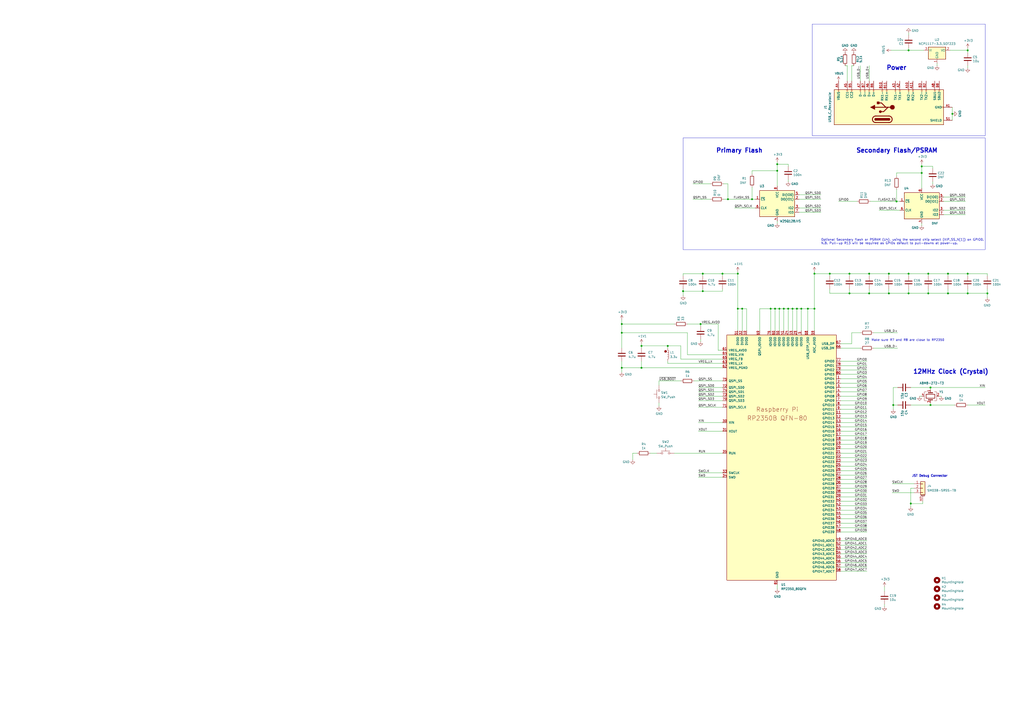
<source format=kicad_sch>
(kicad_sch (version 20250114) (generator "eeschema") (generator_version "9.0")
  (paper "A2")
  (lib_symbols
    (symbol "Connector:USB_C_Receptacle" (pin_names (offset 1.016))
      (property "Reference" "J" (at -10.16 29.21 0))
      (property "Value" "USB_C_Receptacle" (at 10.16 29.21 0))
      (symbol "USB_C_Receptacle_1_1"
        (pin passive line (at -7.62 -40.64 90) (length 5.08) (name "SHIELD") (number "S1"))
        (pin passive line (at 0 -40.64 90) (length 5.08) (name "GND") (number "A1"))
        (pin passive line (at 0 -40.64 90) (length 5.08) (hide yes) (name "GND") (number "A12"))
        (pin passive line (at 0 -40.64 90) (length 5.08) (hide yes) (name "GND") (number "B1"))
        (pin passive line (at 0 -40.64 90) (length 5.08) (hide yes) (name "GND") (number "B12"))
        (pin passive line (at 15.24 25.4 180) (length 5.08) (name "VBUS") (number "A4"))
        (pin passive line (at 15.24 25.4 180) (length 5.08) (hide yes) (name "VBUS") (number "A9"))
        (pin passive line (at 15.24 25.4 180) (length 5.08) (hide yes) (name "VBUS") (number "B4"))
        (pin passive line (at 15.24 25.4 180) (length 5.08) (hide yes) (name "VBUS") (number "B9"))
        (pin bidirectional line (at 15.24 20.32 180) (length 5.08) (name "CC1") (number "A5"))
        (pin bidirectional line (at 15.24 17.78 180) (length 5.08) (name "CC2") (number "B5"))
        (pin bidirectional line (at 15.24 12.7 180) (length 5.08) (name "D-") (number "A7"))
        (pin bidirectional line (at 15.24 10.16 180) (length 5.08) (name "D-") (number "B7"))
        (pin bidirectional line (at 15.24 7.62 180) (length 5.08) (name "D+") (number "A6"))
        (pin bidirectional line (at 15.24 5.08 180) (length 5.08) (name "D+") (number "B6"))
        (pin bidirectional line (at 15.24 0 180) (length 5.08) (name "RX1-") (number "B10"))
        (pin bidirectional line (at 15.24 -2.54 180) (length 5.08) (name "RX1+") (number "B11"))
        (pin bidirectional line (at 15.24 -7.62 180) (length 5.08) (name "TX1-") (number "A3"))
        (pin bidirectional line (at 15.24 -10.16 180) (length 5.08) (name "TX1+") (number "A2"))
        (pin bidirectional line (at 15.24 -15.24 180) (length 5.08) (name "RX2-") (number "A10"))
        (pin bidirectional line (at 15.24 -17.78 180) (length 5.08) (name "RX2+") (number "A11"))
        (pin bidirectional line (at 15.24 -22.86 180) (length 5.08) (name "TX2-") (number "B3"))
        (pin bidirectional line (at 15.24 -25.4 180) (length 5.08) (name "TX2+") (number "B2"))
        (pin bidirectional line (at 15.24 -30.48 180) (length 5.08) (name "SBU1") (number "A8"))
        (pin bidirectional line (at 15.24 -33.02 180) (length 5.08) (name "SBU2") (number "B8"))
      )
    )
    (symbol "Connector_Generic_MountingPin:Conn_01x03_MountingPin" (pin_names (offset 1.016) (hide yes))
      (property "Reference" "J" (at 0 5.08 0))
      (property "Value" "Conn_01x03_MountingPin" (at 1.27 -5.08 0))
      (symbol "Conn_01x03_MountingPin_1_1"
        (text "Mounting" (at 0 -4.191 0) (effects (font (size 0.381 0.381))))
        (pin passive line (at -5.08 2.54 0) (length 3.81) (name "Pin_1") (number "1"))
        (pin passive line (at -5.08 0 0) (length 3.81) (name "Pin_2") (number "2"))
        (pin passive line (at -5.08 -2.54 0) (length 3.81) (name "Pin_3") (number "3"))
        (pin passive line (at 0 -7.62 90) (length 3.048) (name "MountPin") (number "MP"))
      )
    )
    (symbol "Device:C" (pin_numbers (hide yes)) (pin_names (offset 0.254))
      (property "Reference" "C" (at 0.635 2.54 0))
      (property "Value" "C" (at 0.635 -2.54 0))
      (symbol "C_1_1"
        (pin passive line (at 0 3.81 270) (length 2.794) (name "~") (number "1"))
        (pin passive line (at 0 -3.81 90) (length 2.794) (name "~") (number "2"))
      )
    )
    (symbol "Device:Crystal_GND24" (pin_names (offset 1.016) (hide yes))
      (property "Reference" "Y" (at 3.175 5.08 0))
      (property "Value" "Crystal_GND24" (at 3.175 3.175 0))
      (symbol "Crystal_GND24_1_1"
        (pin passive line (at -3.81 0 0) (length 1.27) (name "1") (number "1"))
        (pin passive line (at 0 5.08 270) (length 1.27) (name "2") (number "2"))
        (pin passive line (at 0 -5.08 90) (length 1.27) (name "4") (number "4"))
        (pin passive line (at 3.81 0 180) (length 1.27) (name "3") (number "3"))
      )
    )
    (symbol "Device:L" (pin_numbers (hide yes)) (pin_names (offset 1.016) (hide yes))
      (property "Reference" "L" (at -1.27 0 90))
      (property "Value" "L" (at 1.905 0 90))
      (symbol "L_1_1"
        (pin passive line (at 0 3.81 270) (length 1.27) (name "1") (number "1"))
        (pin passive line (at 0 -3.81 90) (length 1.27) (name "2") (number "2"))
      )
    )
    (symbol "Device:R" (pin_numbers (hide yes)) (pin_names (offset 0))
      (property "Reference" "R" (at 2.032 0 90))
      (property "Value" "R" (at 0 0 90))
      (symbol "R_1_1"
        (pin passive line (at 0 3.81 270) (length 1.27) (name "~") (number "1"))
        (pin passive line (at 0 -3.81 90) (length 1.27) (name "~") (number "2"))
      )
    )
    (symbol "MCU_RaspberryPi_RP2350:RP2350_80QFN" (pin_names (offset 1.016))
      (property "Reference" "U" (at -29.21 49.53 0))
      (property "Value" "RP2350_80QFN" (at 25.4 -96.52 0))
      (symbol "RP2350_80QFN_0_0"
        (text "Raspberry Pi" (at 0 5.08 0) (effects (font (size 2.54 2.54))))
      )
      (symbol "RP2350_80QFN_1_0"
        (text "RP2350B QFN-80" (at 0 0 0) (effects (font (size 2.54 2.54))))
      )
      (symbol "RP2350_80QFN_1_1"
        (pin power_in line (at -31.75 39.37 0) (length 2.54) (name "VREG_AVDD") (number "61"))
        (pin power_in line (at -31.75 36.83 0) (length 2.54) (name "VREG_VIN") (number "64"))
        (pin input line (at -31.75 34.29 0) (length 2.54) (name "VREG_FB") (number "65"))
        (pin power_out line (at -31.75 31.75 0) (length 2.54) (name "VREG_LX") (number "63"))
        (pin power_in line (at -31.75 29.21 0) (length 2.54) (name "VREG_PGND") (number "62"))
        (pin bidirectional line (at -31.75 21.59 0) (length 2.54) (name "QSPI_SS") (number "75"))
        (pin bidirectional line (at -31.75 17.78 0) (length 2.54) (name "QSPI_SD0") (number "72"))
        (pin bidirectional line (at -31.75 15.24 0) (length 2.54) (name "QSPI_SD1") (number "74"))
        (pin bidirectional line (at -31.75 12.7 0) (length 2.54) (name "QSPI_SD2") (number "73"))
        (pin bidirectional line (at -31.75 10.16 0) (length 2.54) (name "QSPI_SD3") (number "70"))
        (pin output line (at -31.75 6.35 0) (length 2.54) (name "QSPI_SCLK") (number "71"))
        (pin input line (at -31.75 -2.54 0) (length 2.54) (name "XIN") (number "30"))
        (pin passive line (at -31.75 -7.62 0) (length 2.54) (name "XOUT") (number "31"))
        (pin input line (at -31.75 -20.32 0) (length 2.54) (name "RUN") (number "35"))
        (pin output line (at -31.75 -31.75 0) (length 2.54) (name "SWCLK") (number "33"))
        (pin bidirectional line (at -31.75 -34.29 0) (length 2.54) (name "SWD") (number "34"))
        (pin power_in line (at -22.86 50.8 270) (length 2.54) (name "DVDD") (number "51"))
        (pin power_in line (at -20.32 50.8 270) (length 2.54) (name "DVDD") (number "32"))
        (pin power_in line (at -17.78 50.8 270) (length 2.54) (name "DVDD") (number "10"))
        (pin power_in line (at -10.16 50.8 270) (length 2.54) (name "QSPI_IOVDD") (number "69"))
        (pin power_in line (at -3.81 50.8 270) (length 2.54) (name "IOVDD") (number "76"))
        (pin power_in line (at -1.27 50.8 270) (length 2.54) (name "IOVDD") (number "60"))
        (pin power_in line (at 0 -96.52 90) (length 2.54) (name "GND") (number "81"))
        (pin power_in line (at 1.27 50.8 270) (length 2.54) (name "IOVDD") (number "50"))
        (pin power_in line (at 3.81 50.8 270) (length 2.54) (name "IOVDD") (number "41"))
        (pin power_in line (at 6.35 50.8 270) (length 2.54) (name "IOVDD") (number "24"))
        (pin power_in line (at 8.89 50.8 270) (length 2.54) (name "IOVDD") (number "15"))
        (pin power_in line (at 11.43 50.8 270) (length 2.54) (name "IOVDD") (number "29"))
        (pin power_in line (at 13.97 50.8 270) (length 2.54) (name "IOVDD") (number "5"))
        (pin power_in line (at 17.78 50.8 270) (length 2.54) (name "USB_OTP_VDD") (number "68"))
        (pin power_in line (at 21.59 50.8 270) (length 2.54) (name "ADC_AVDD") (number "59"))
        (pin bidirectional line (at 36.83 43.18 180) (length 2.54) (name "USB_DP") (number "67"))
        (pin bidirectional line (at 36.83 40.64 180) (length 2.54) (name "USB_DM") (number "66"))
        (pin bidirectional line (at 36.83 33.02 180) (length 2.54) (name "GPIO0") (number "77"))
        (pin bidirectional line (at 36.83 30.48 180) (length 2.54) (name "GPIO1") (number "78"))
        (pin bidirectional line (at 36.83 27.94 180) (length 2.54) (name "GPIO2") (number "79"))
        (pin bidirectional line (at 36.83 25.4 180) (length 2.54) (name "GPIO3") (number "80"))
        (pin bidirectional line (at 36.83 22.86 180) (length 2.54) (name "GPIO4") (number "1"))
        (pin bidirectional line (at 36.83 20.32 180) (length 2.54) (name "GPIO5") (number "2"))
        (pin bidirectional line (at 36.83 17.78 180) (length 2.54) (name "GPIO6") (number "3"))
        (pin bidirectional line (at 36.83 15.24 180) (length 2.54) (name "GPIO7") (number "4"))
        (pin bidirectional line (at 36.83 12.7 180) (length 2.54) (name "GPIO8") (number "6"))
        (pin bidirectional line (at 36.83 10.16 180) (length 2.54) (name "GPIO9") (number "7"))
        (pin bidirectional line (at 36.83 7.62 180) (length 2.54) (name "GPIO10") (number "8"))
        (pin bidirectional line (at 36.83 5.08 180) (length 2.54) (name "GPIO11") (number "9"))
        (pin bidirectional line (at 36.83 2.54 180) (length 2.54) (name "GPIO12") (number "11"))
        (pin bidirectional line (at 36.83 0 180) (length 2.54) (name "GPIO13") (number "12"))
        (pin bidirectional line (at 36.83 -2.54 180) (length 2.54) (name "GPIO14") (number "13"))
        (pin bidirectional line (at 36.83 -5.08 180) (length 2.54) (name "GPIO15") (number "14"))
        (pin bidirectional line (at 36.83 -7.62 180) (length 2.54) (name "GPIO16") (number "16"))
        (pin bidirectional line (at 36.83 -10.16 180) (length 2.54) (name "GPIO17") (number "17"))
        (pin bidirectional line (at 36.83 -12.7 180) (length 2.54) (name "GPIO18") (number "18"))
        (pin bidirectional line (at 36.83 -15.24 180) (length 2.54) (name "GPIO19") (number "19"))
        (pin bidirectional line (at 36.83 -17.78 180) (length 2.54) (name "GPIO20") (number "20"))
        (pin bidirectional line (at 36.83 -20.32 180) (length 2.54) (name "GPIO21") (number "21"))
        (pin bidirectional line (at 36.83 -22.86 180) (length 2.54) (name "GPIO22") (number "22"))
        (pin bidirectional line (at 36.83 -25.4 180) (length 2.54) (name "GPIO23") (number "23"))
        (pin bidirectional line (at 36.83 -27.94 180) (length 2.54) (name "GPIO24") (number "25"))
        (pin bidirectional line (at 36.83 -30.48 180) (length 2.54) (name "GPIO25") (number "26"))
        (pin bidirectional line (at 36.83 -33.02 180) (length 2.54) (name "GPIO26") (number "27"))
        (pin bidirectional line (at 36.83 -35.56 180) (length 2.54) (name "GPIO27") (number "28"))
        (pin bidirectional line (at 36.83 -38.1 180) (length 2.54) (name "GPIO28") (number "36"))
        (pin bidirectional line (at 36.83 -40.64 180) (length 2.54) (name "GPIO29") (number "37"))
        (pin bidirectional line (at 36.83 -43.18 180) (length 2.54) (name "GPIO30") (number "38"))
        (pin bidirectional line (at 36.83 -45.72 180) (length 2.54) (name "GPIO31") (number "39"))
        (pin bidirectional line (at 36.83 -48.26 180) (length 2.54) (name "GPIO32") (number "40"))
        (pin bidirectional line (at 36.83 -50.8 180) (length 2.54) (name "GPIO33") (number "42"))
        (pin bidirectional line (at 36.83 -53.34 180) (length 2.54) (name "GPIO34") (number "43"))
        (pin bidirectional line (at 36.83 -55.88 180) (length 2.54) (name "GPIO35") (number "44"))
        (pin bidirectional line (at 36.83 -58.42 180) (length 2.54) (name "GPIO36") (number "45"))
        (pin bidirectional line (at 36.83 -60.96 180) (length 2.54) (name "GPIO37") (number "46"))
        (pin bidirectional line (at 36.83 -63.5 180) (length 2.54) (name "GPIO38") (number "47"))
        (pin bidirectional line (at 36.83 -66.04 180) (length 2.54) (name "GPIO39") (number "48"))
        (pin bidirectional line (at 36.83 -71.12 180) (length 2.54) (name "GPIO40_ADC0") (number "49"))
        (pin bidirectional line (at 36.83 -73.66 180) (length 2.54) (name "GPIO41_ADC1") (number "52"))
        (pin bidirectional line (at 36.83 -76.2 180) (length 2.54) (name "GPIO42_ADC2") (number "53"))
        (pin bidirectional line (at 36.83 -78.74 180) (length 2.54) (name "GPIO43_ADC3") (number "54"))
        (pin bidirectional line (at 36.83 -81.28 180) (length 2.54) (name "GPIO44_ADC4") (number "55"))
        (pin bidirectional line (at 36.83 -83.82 180) (length 2.54) (name "GPIO45_ADC5") (number "56"))
        (pin bidirectional line (at 36.83 -86.36 180) (length 2.54) (name "GPIO46_ADC6") (number "57"))
        (pin bidirectional line (at 36.83 -88.9 180) (length 2.54) (name "GPIO47_ADC7") (number "58"))
      )
    )
    (symbol "Mechanical:MountingHole" (pin_names (offset 1.016))
      (property "Reference" "H" (at 0 5.08 0))
      (property "Value" "MountingHole" (at 0 3.175 0))
    )
    (symbol "Memory_Flash:W25Q128JVS"
      (property "Reference" "U" (at -8.89 8.89 0))
      (property "Value" "W25Q128JVS" (at 7.62 8.89 0))
      (symbol "W25Q128JVS_1_1"
        (pin input line (at -12.7 2.54 0) (length 2.54) (name "~{CS}") (number "1"))
        (pin input line (at -12.7 -2.54 0) (length 2.54) (name "CLK") (number "6"))
        (pin power_in line (at 0 10.16 270) (length 2.54) (name "VCC") (number "8"))
        (pin power_in line (at 0 -10.16 90) (length 2.54) (name "GND") (number "4"))
        (pin bidirectional line (at 12.7 5.08 180) (length 2.54) (name "DI(IO0)") (number "5"))
        (pin bidirectional line (at 12.7 2.54 180) (length 2.54) (name "DO(IO1)") (number "2"))
        (pin bidirectional line (at 12.7 -2.54 180) (length 2.54) (name "IO2") (number "3"))
        (pin bidirectional line (at 12.7 -5.08 180) (length 2.54) (name "IO3") (number "7"))
      )
    )
    (symbol "Regulator_Linear:NCP1117-3.3_SOT223" (pin_names (offset 0.254))
      (property "Reference" "U" (at -3.81 3.175 0))
      (property "Value" "NCP1117-3.3_SOT223" (at 0 3.175 0))
      (symbol "NCP1117-3.3_SOT223_1_1"
        (pin power_in line (at -7.62 0 0) (length 2.54) (name "VI") (number "3"))
        (pin power_in line (at 0 -7.62 90) (length 2.54) (name "GND") (number "1"))
        (pin power_out line (at 7.62 0 180) (length 2.54) (name "VO") (number "2"))
      )
    )
    (symbol "Switch:SW_Push" (pin_numbers (hide yes)) (pin_names (offset 1.016) (hide yes))
      (property "Reference" "SW" (at 1.27 2.54 0))
      (property "Value" "SW_Push" (at 0 -1.524 0))
      (symbol "SW_Push_0_1"
        (pin passive line (at -5.08 0 0) (length 2.54) (name "1") (number "1"))
        (pin passive line (at 5.08 0 180) (length 2.54) (name "2") (number "2"))
      )
    )
    (symbol "power:+1V1" (power) (pin_names (offset 0))
      (property "Value" "+1V1" (at 0 3.556 0))
      (symbol "+1V1_1_1"
        (pin power_in line (at 0 0 90) (length 0) (hide yes) (name "+1V1") (number "1"))
      )
    )
    (symbol "power:+3V3" (power) (pin_names (offset 0))
      (property "Value" "+3V3" (at 0 3.556 0))
      (symbol "+3V3_1_1"
        (pin power_in line (at 0 0 90) (length 0) (hide yes) (name "+3V3") (number "1"))
      )
    )
    (symbol "power:GND" (power) (pin_names (offset 0))
      (property "Value" "GND" (at 0 -3.81 0))
      (symbol "GND_1_1"
        (pin power_in line (at 0 0 270) (length 0) (hide yes) (name "GND") (number "1"))
      )
    )
    (symbol "power:VBUS" (power) (pin_names (offset 0))
      (property "Value" "VBUS" (at 0 3.81 0))
      (symbol "VBUS_1_1"
        (pin power_in line (at 0 0 90) (length 0) (hide yes) (name "VBUS") (number "1"))
      )
    )
  )
  (circle (center 386.08 203.835) (radius 0.635) (stroke (width 0) (color 132 0 0 1)) (fill (type color) (color 132 0 0 1)))
  (rectangle (start 471.17 13.97) (end 571.5 78.74))
  (rectangle (start 396.24 80.01) (end 571.5 144.78))
  (text "Primary Flash" (at 415.29 88.9 0) (effects (font (size 2.54 2.54) (thickness 0.508) (bold yes)) (justify left bottom)))
  (text "JST Debug Connector" (at 528.955 276.86 0) (effects (font (size 1.27 1.27) (thickness 0.254) (bold yes)) (justify left bottom)))
  (text "Optional Secondary flash or PSRAM (U4), using the second chip select (XIP_SS_N[1]) on GPIO0.\nN.B. Pull-up R13 will be required as GPIOs default to pull-downs at power-up." (at 476.25 141.986 0) (effects (font (size 1.27 1.27)) (justify left bottom)))
  (text "Power" (at 514.096 40.894 0) (effects (font (size 2.54 2.54) (thickness 0.508) (bold yes)) (justify left bottom)))
  (text "Make sure R7 and R8 are close to RP2350\n" (at 505.46 198.12 0) (effects (font (size 1.27 1.27)) (justify left bottom)))
  (text "Secondary Flash/PSRAM" (at 496.57 88.9 0) (effects (font (size 2.54 2.54) (thickness 0.508) (bold yes)) (justify left bottom)))
  (text "12MHz Clock (Crystal)" (at 529.59 217.17 0) (effects (font (size 2.54 2.54) (thickness 0.508) (bold yes)) (justify left bottom)))
  (junction (at 427.99 158.75))
  (junction (at 572.77 170.18))
  (junction (at 472.44 179.07))
  (junction (at 538.48 170.18))
  (junction (at 552.45 66.04))
  (junction (at 430.53 179.07))
  (junction (at 422.275 115.57))
  (junction (at 481.33 158.75))
  (junction (at 372.11 200.66))
  (junction (at 539.75 224.79))
  (junction (at 520.065 116.84))
  (junction (at 360.68 187.96))
  (junction (at 452.12 179.07))
  (junction (at 561.34 158.75))
  (junction (at 527.05 170.18))
  (junction (at 427.99 179.07))
  (junction (at 360.68 213.36))
  (junction (at 464.82 179.07))
  (junction (at 454.66 179.07))
  (junction (at 527.05 158.75))
  (junction (at 504.19 158.75))
  (junction (at 372.11 213.36))
  (junction (at 518.16 234.95))
  (junction (at 396.24 168.91))
  (junction (at 515.62 158.75))
  (junction (at 387.35 200.66))
  (junction (at 450.85 99.06))
  (junction (at 462.28 179.07))
  (junction (at 449.58 179.07))
  (junction (at 472.44 158.75))
  (junction (at 492.76 170.18))
  (junction (at 360.68 193.04))
  (junction (at 407.67 158.75))
  (junction (at 561.34 29.21))
  (junction (at 457.2 179.07))
  (junction (at 492.76 158.75))
  (junction (at 539.75 234.95))
  (junction (at 527.05 29.21))
  (junction (at 406.4 187.96))
  (junction (at 549.91 170.18))
  (junction (at 534.67 96.52))
  (junction (at 538.48 158.75))
  (junction (at 504.19 170.18))
  (junction (at 407.67 168.91))
  (junction (at 419.1 158.75))
  (junction (at 459.74 179.07))
  (junction (at 515.62 170.18))
  (junction (at 549.91 158.75))
  (junction (at 561.34 170.18))
  (junction (at 528.32 292.1))
  (junction (at 436.245 115.57))
  (junction (at 534.67 100.33))
  (junction (at 468.63 179.07))
  (junction (at 447.04 179.07))
  (junction (at 450.85 95.25))
  (wire (pts (xy 487.68 257.81) (xy 502.92 257.81)))
  (wire (pts (xy 487.68 262.89) (xy 502.92 262.89)))
  (wire (pts (xy 427.99 179.07) (xy 427.99 191.77)))
  (wire (pts (xy 487.68 295.91) (xy 502.92 295.91)))
  (wire (pts (xy 541.02 96.52) (xy 534.67 96.52)))
  (wire (pts (xy 487.68 222.25) (xy 502.92 222.25)))
  (wire (pts (xy 457.2 95.25) (xy 450.85 95.25)))
  (wire (pts (xy 517.525 285.75) (xy 530.225 285.75)))
  (wire (pts (xy 520.065 109.855) (xy 520.065 116.84)))
  (wire (pts (xy 561.34 234.95) (xy 571.5 234.95)))
  (wire (pts (xy 416.56 203.2) (xy 419.1 203.2)))
  (wire (pts (xy 487.68 331.47) (xy 502.92 331.47)))
  (wire (pts (xy 534.67 129.54) (xy 534.67 130.81)))
  (wire (pts (xy 549.91 158.75) (xy 561.34 158.75)))
  (wire (pts (xy 487.68 209.55) (xy 502.92 209.55)))
  (wire (pts (xy 527.05 20.32) (xy 527.05 19.05)))
  (wire (pts (xy 499.11 46.99) (xy 499.11 38.1)))
  (wire (pts (xy 450.85 99.06) (xy 450.85 107.95)))
  (wire (pts (xy 406.4 187.96) (xy 406.4 189.23)))
  (wire (pts (xy 518.16 224.79) (xy 518.16 234.95)))
  (wire (pts (xy 457.2 191.77) (xy 457.2 179.07)))
  (wire (pts (xy 487.68 323.85) (xy 502.92 323.85)))
  (wire (pts (xy 360.68 209.55) (xy 360.68 213.36)))
  (wire (pts (xy 543.56 36.83) (xy 543.56 38.1)))
  (wire (pts (xy 495.3 38.1) (xy 494.03 38.1)))
  (wire (pts (xy 487.68 260.35) (xy 502.92 260.35)))
  (wire (pts (xy 520.065 100.33) (xy 534.67 100.33)))
  (wire (pts (xy 541.02 97.79) (xy 541.02 96.52)))
  (wire (pts (xy 527.05 160.02) (xy 527.05 158.75)))
  (wire (pts (xy 450.85 128.27) (xy 450.85 129.54)))
  (wire (pts (xy 387.35 210.82) (xy 387.35 209.55)))
  (wire (pts (xy 367.03 262.89) (xy 367.03 266.7)))
  (wire (pts (xy 516.89 29.21) (xy 527.05 29.21)))
  (wire (pts (xy 528.32 292.1) (xy 528.32 294.005)))
  (wire (pts (xy 547.37 124.46) (xy 560.07 124.46)))
  (wire (pts (xy 422.275 106.68) (xy 422.275 115.57)))
  (wire (pts (xy 486.41 116.84) (xy 497.205 116.84)))
  (wire (pts (xy 436.245 100.965) (xy 436.245 99.06)))
  (wire (pts (xy 405.13 227.33) (xy 419.1 227.33)))
  (wire (pts (xy 487.68 232.41) (xy 502.92 232.41)))
  (wire (pts (xy 520.065 102.235) (xy 520.065 100.33)))
  (wire (pts (xy 539.75 224.79) (xy 571.5 224.79)))
  (wire (pts (xy 450.85 95.25) (xy 450.85 99.06)))
  (wire (pts (xy 561.34 38.1) (xy 561.34 39.37)))
  (wire (pts (xy 561.34 30.48) (xy 561.34 29.21)))
  (wire (pts (xy 487.68 306.07) (xy 502.92 306.07)))
  (wire (pts (xy 561.34 160.02) (xy 561.34 158.75)))
  (wire (pts (xy 468.63 191.77) (xy 468.63 179.07)))
  (wire (pts (xy 454.66 191.77) (xy 454.66 179.07)))
  (wire (pts (xy 463.55 115.57) (xy 476.25 115.57)))
  (wire (pts (xy 528.32 234.95) (xy 539.75 234.95)))
  (wire (pts (xy 405.13 232.41) (xy 419.1 232.41)))
  (wire (pts (xy 572.77 170.18) (xy 561.34 170.18)))
  (wire (pts (xy 360.68 213.36) (xy 360.68 215.9)))
  (wire (pts (xy 459.74 179.07) (xy 459.74 191.77)))
  (wire (pts (xy 491.49 38.1) (xy 491.49 46.99)))
  (wire (pts (xy 527.05 158.75) (xy 538.48 158.75)))
  (wire (pts (xy 561.34 29.21) (xy 561.34 27.94)))
  (wire (pts (xy 527.05 170.18) (xy 515.62 170.18)))
  (wire (pts (xy 419.1 274.32) (xy 405.13 274.32)))
  (wire (pts (xy 454.66 179.07) (xy 457.2 179.07)))
  (wire (pts (xy 405.13 224.79) (xy 419.1 224.79)))
  (wire (pts (xy 463.55 120.65) (xy 476.25 120.65)))
  (wire (pts (xy 494.03 38.1) (xy 494.03 46.99)))
  (wire (pts (xy 452.12 179.07) (xy 454.66 179.07)))
  (wire (pts (xy 436.245 115.57) (xy 438.15 115.57)))
  (wire (pts (xy 419.735 115.57) (xy 422.275 115.57)))
  (wire (pts (xy 391.16 262.89) (xy 419.1 262.89)))
  (wire (pts (xy 450.85 93.98) (xy 450.85 95.25)))
  (wire (pts (xy 518.16 234.95) (xy 518.16 237.49)))
  (wire (pts (xy 572.77 160.02) (xy 572.77 158.75)))
  (wire (pts (xy 515.62 158.75) (xy 527.05 158.75)))
  (wire (pts (xy 487.68 224.79) (xy 502.92 224.79)))
  (wire (pts (xy 394.97 208.28) (xy 394.97 200.66)))
  (wire (pts (xy 463.55 113.03) (xy 476.25 113.03)))
  (wire (pts (xy 450.85 339.09) (xy 450.85 341.63)))
  (wire (pts (xy 538.48 158.75) (xy 549.91 158.75)))
  (wire (pts (xy 419.1 168.91) (xy 419.1 167.64)))
  (wire (pts (xy 449.58 191.77) (xy 449.58 179.07)))
  (wire (pts (xy 487.68 290.83) (xy 502.92 290.83)))
  (wire (pts (xy 457.2 104.14) (xy 457.2 105.41)))
  (wire (pts (xy 572.77 170.18) (xy 572.77 172.72)))
  (wire (pts (xy 534.67 95.25) (xy 534.67 96.52)))
  (wire (pts (xy 360.68 187.96) (xy 360.68 193.04)))
  (wire (pts (xy 527.05 167.64) (xy 527.05 170.18)))
  (wire (pts (xy 539.75 233.68) (xy 539.75 234.95)))
  (wire (pts (xy 487.68 316.23) (xy 502.92 316.23)))
  (wire (pts (xy 468.63 179.07) (xy 472.44 179.07)))
  (wire (pts (xy 449.58 179.07) (xy 452.12 179.07)))
  (wire (pts (xy 427.99 157.48) (xy 427.99 158.75)))
  (wire (pts (xy 430.53 179.07) (xy 427.99 179.07)))
  (wire (pts (xy 504.825 116.84) (xy 520.065 116.84)))
  (wire (pts (xy 490.22 38.1) (xy 491.49 38.1)))
  (wire (pts (xy 436.245 108.585) (xy 436.245 115.57)))
  (wire (pts (xy 406.4 198.12) (xy 406.4 196.85)))
  (wire (pts (xy 382.27 220.98) (xy 382.27 223.52)))
  (wire (pts (xy 419.1 250.19) (xy 405.13 250.19)))
  (wire (pts (xy 487.68 273.05) (xy 502.92 273.05)))
  (wire (pts (xy 487.68 280.67) (xy 502.92 280.67)))
  (wire (pts (xy 487.68 237.49) (xy 502.92 237.49)))
  (wire (pts (xy 572.77 167.64) (xy 572.77 170.18)))
  (wire (pts (xy 549.91 170.18) (xy 538.48 170.18)))
  (wire (pts (xy 396.24 167.64) (xy 396.24 168.91)))
  (wire (pts (xy 394.97 220.98) (xy 382.27 220.98)))
  (wire (pts (xy 472.44 157.48) (xy 472.44 158.75)))
  (wire (pts (xy 494.03 193.04) (xy 494.03 199.39)))
  (wire (pts (xy 382.27 233.68) (xy 382.27 235.585)))
  (wire (pts (xy 360.68 213.36) (xy 372.11 213.36)))
  (wire (pts (xy 487.68 255.27) (xy 502.92 255.27)))
  (wire (pts (xy 487.68 278.13) (xy 502.92 278.13)))
  (wire (pts (xy 487.68 293.37) (xy 502.92 293.37)))
  (wire (pts (xy 369.57 262.89) (xy 367.03 262.89)))
  (wire (pts (xy 405.13 229.87) (xy 419.1 229.87)))
  (wire (pts (xy 487.68 285.75) (xy 502.92 285.75)))
  (wire (pts (xy 541.02 105.41) (xy 541.02 106.68)))
  (wire (pts (xy 515.62 160.02) (xy 515.62 158.75)))
  (wire (pts (xy 440.69 191.77) (xy 440.69 179.07)))
  (wire (pts (xy 396.24 168.91) (xy 407.67 168.91)))
  (wire (pts (xy 504.19 160.02) (xy 504.19 158.75)))
  (wire (pts (xy 547.37 116.84) (xy 560.07 116.84)))
  (wire (pts (xy 561.34 158.75) (xy 572.77 158.75)))
  (wire (pts (xy 407.67 167.64) (xy 407.67 168.91)))
  (wire (pts (xy 492.76 160.02) (xy 492.76 158.75)))
  (wire (pts (xy 487.68 267.97) (xy 502.92 267.97)))
  (wire (pts (xy 422.275 115.57) (xy 436.245 115.57)))
  (wire (pts (xy 372.11 199.39) (xy 372.11 200.66)))
  (wire (pts (xy 487.68 245.11) (xy 502.92 245.11)))
  (wire (pts (xy 462.28 179.07) (xy 464.82 179.07)))
  (wire (pts (xy 487.68 288.29) (xy 502.92 288.29)))
  (wire (pts (xy 419.735 106.68) (xy 422.275 106.68)))
  (wire (pts (xy 517.525 280.67) (xy 530.225 280.67)))
  (wire (pts (xy 452.12 191.77) (xy 452.12 179.07)))
  (wire (pts (xy 504.19 158.75) (xy 515.62 158.75)))
  (wire (pts (xy 561.34 170.18) (xy 549.91 170.18)))
  (wire (pts (xy 538.48 170.18) (xy 527.05 170.18)))
  (wire (pts (xy 472.44 158.75) (xy 472.44 179.07)))
  (wire (pts (xy 472.44 158.75) (xy 481.33 158.75)))
  (wire (pts (xy 544.83 229.87) (xy 546.1 229.87)))
  (wire (pts (xy 552.45 69.85) (xy 552.45 66.04)))
  (wire (pts (xy 427.99 158.75) (xy 427.99 179.07)))
  (wire (pts (xy 459.74 179.07) (xy 462.28 179.07)))
  (wire (pts (xy 398.78 205.74) (xy 419.1 205.74)))
  (wire (pts (xy 487.68 212.09) (xy 502.92 212.09)))
  (wire (pts (xy 487.68 247.65) (xy 502.92 247.65)))
  (wire (pts (xy 528.32 224.79) (xy 539.75 224.79)))
  (wire (pts (xy 419.1 160.02) (xy 419.1 158.75)))
  (wire (pts (xy 487.68 326.39) (xy 502.92 326.39)))
  (wire (pts (xy 487.68 252.73) (xy 502.92 252.73)))
  (wire (pts (xy 527.05 27.94) (xy 527.05 29.21)))
  (wire (pts (xy 430.53 191.77) (xy 430.53 179.07)))
  (wire (pts (xy 464.82 179.07) (xy 464.82 191.77)))
  (wire (pts (xy 515.62 170.18) (xy 504.19 170.18)))
  (wire (pts (xy 530.225 283.21) (xy 528.32 283.21)))
  (wire (pts (xy 487.68 313.69) (xy 502.92 313.69)))
  (wire (pts (xy 387.35 210.82) (xy 419.1 210.82)))
  (wire (pts (xy 487.68 227.33) (xy 502.92 227.33)))
  (wire (pts (xy 487.68 298.45) (xy 502.92 298.45)))
  (wire (pts (xy 416.56 187.96) (xy 416.56 203.2)))
  (wire (pts (xy 401.955 106.68) (xy 412.115 106.68)))
  (wire (pts (xy 487.68 321.31) (xy 502.92 321.31)))
  (wire (pts (xy 457.2 179.07) (xy 459.74 179.07)))
  (wire (pts (xy 407.67 168.91) (xy 419.1 168.91)))
  (wire (pts (xy 515.62 167.64) (xy 515.62 170.18)))
  (wire (pts (xy 487.68 303.53) (xy 502.92 303.53)))
  (wire (pts (xy 520.065 116.84) (xy 521.97 116.84)))
  (wire (pts (xy 396.24 158.75) (xy 407.67 158.75)))
  (wire (pts (xy 487.68 318.77) (xy 502.92 318.77)))
  (wire (pts (xy 405.13 245.11) (xy 419.1 245.11)))
  (wire (pts (xy 549.91 160.02) (xy 549.91 158.75)))
  (wire (pts (xy 407.67 160.02) (xy 407.67 158.75)))
  (wire (pts (xy 487.68 275.59) (xy 502.92 275.59)))
  (wire (pts (xy 504.19 170.18) (xy 492.76 170.18)))
  (wire (pts (xy 527.05 29.21) (xy 535.94 29.21)))
  (wire (pts (xy 520.7 234.95) (xy 518.16 234.95)))
  (wire (pts (xy 539.75 234.95) (xy 553.72 234.95)))
  (wire (pts (xy 447.04 179.07) (xy 449.58 179.07)))
  (wire (pts (xy 487.68 250.19) (xy 502.92 250.19)))
  (wire (pts (xy 406.4 187.96) (xy 416.56 187.96)))
  (wire (pts (xy 504.19 167.64) (xy 504.19 170.18)))
  (wire (pts (xy 360.68 193.04) (xy 360.68 201.93)))
  (wire (pts (xy 372.11 201.93) (xy 372.11 200.66)))
  (wire (pts (xy 528.32 292.1) (xy 535.305 292.1)))
  (wire (pts (xy 401.955 115.57) (xy 412.115 115.57)))
  (wire (pts (xy 407.67 158.75) (xy 419.1 158.75)))
  (wire (pts (xy 462.28 191.77) (xy 462.28 179.07)))
  (wire (pts (xy 552.45 66.04) (xy 552.45 62.23)))
  (wire (pts (xy 528.32 283.21) (xy 528.32 292.1)))
  (wire (pts (xy 426.085 120.65) (xy 438.15 120.65)))
  (wire (pts (xy 551.18 29.21) (xy 561.34 29.21)))
  (wire (pts (xy 372.11 213.36) (xy 419.1 213.36)))
  (wire (pts (xy 509.905 121.92) (xy 521.97 121.92)))
  (wire (pts (xy 487.68 283.21) (xy 502.92 283.21)))
  (wire (pts (xy 436.245 99.06) (xy 450.85 99.06)))
  (wire (pts (xy 387.35 200.66) (xy 387.35 201.93)))
  (wire (pts (xy 433.07 179.07) (xy 433.07 191.77)))
  (wire (pts (xy 372.11 200.66) (xy 387.35 200.66)))
  (wire (pts (xy 539.75 226.06) (xy 539.75 224.79)))
  (wire (pts (xy 481.33 160.02) (xy 481.33 158.75)))
  (wire (pts (xy 430.53 179.07) (xy 433.07 179.07)))
  (wire (pts (xy 487.68 214.63) (xy 502.92 214.63)))
  (wire (pts (xy 487.68 217.17) (xy 502.92 217.17)))
  (wire (pts (xy 494.03 193.04) (xy 499.11 193.04)))
  (wire (pts (xy 398.78 193.04) (xy 398.78 205.74)))
  (wire (pts (xy 561.34 167.64) (xy 561.34 170.18)))
  (wire (pts (xy 360.68 193.04) (xy 398.78 193.04)))
  (wire (pts (xy 398.78 187.96) (xy 406.4 187.96)))
  (wire (pts (xy 419.1 276.86) (xy 405.13 276.86)))
  (wire (pts (xy 504.19 46.99) (xy 504.19 38.1)))
  (wire (pts (xy 492.76 167.64) (xy 492.76 170.18)))
  (wire (pts (xy 487.68 234.95) (xy 502.92 234.95)))
  (wire (pts (xy 487.68 300.99) (xy 502.92 300.99)))
  (wire (pts (xy 396.24 168.91) (xy 396.24 171.45)))
  (wire (pts (xy 481.33 167.64) (xy 481.33 170.18)))
  (wire (pts (xy 487.68 270.51) (xy 502.92 270.51)))
  (wire (pts (xy 481.33 158.75) (xy 492.76 158.75)))
  (wire (pts (xy 487.68 328.93) (xy 502.92 328.93)))
  (wire (pts (xy 394.97 200.66) (xy 387.35 200.66)))
  (wire (pts (xy 535.305 290.83) (xy 535.305 292.1)))
  (wire (pts (xy 463.55 123.19) (xy 476.25 123.19)))
  (wire (pts (xy 457.2 96.52) (xy 457.2 95.25)))
  (wire (pts (xy 464.82 179.07) (xy 468.63 179.07)))
  (wire (pts (xy 492.76 170.18) (xy 481.33 170.18)))
  (wire (pts (xy 506.73 193.04) (xy 520.7 193.04)))
  (wire (pts (xy 419.1 236.22) (xy 405.13 236.22)))
  (wire (pts (xy 487.68 219.71) (xy 502.92 219.71)))
  (wire (pts (xy 377.19 262.89) (xy 381 262.89)))
  (wire (pts (xy 487.68 229.87) (xy 502.92 229.87)))
  (wire (pts (xy 538.48 167.64) (xy 538.48 170.18)))
  (wire (pts (xy 533.4 229.87) (xy 534.67 229.87)))
  (wire (pts (xy 487.68 242.57) (xy 502.92 242.57)))
  (wire (pts (xy 447.04 191.77) (xy 447.04 179.07)))
  (wire (pts (xy 360.68 185.42) (xy 360.68 187.96)))
  (wire (pts (xy 513.08 340.36) (xy 513.08 342.9)))
  (wire (pts (xy 487.68 308.61) (xy 502.92 308.61)))
  (wire (pts (xy 549.91 167.64) (xy 549.91 170.18)))
  (wire (pts (xy 492.76 158.75) (xy 504.19 158.75)))
  (wire (pts (xy 402.59 220.98) (xy 419.1 220.98)))
  (wire (pts (xy 534.67 96.52) (xy 534.67 100.33)))
  (wire (pts (xy 419.1 158.75) (xy 427.99 158.75)))
  (wire (pts (xy 538.48 160.02) (xy 538.48 158.75)))
  (wire (pts (xy 534.67 100.33) (xy 534.67 109.22)))
  (wire (pts (xy 520.7 224.79) (xy 518.16 224.79)))
  (wire (pts (xy 513.08 350.52) (xy 513.08 351.79)))
  (wire (pts (xy 547.37 114.3) (xy 560.07 114.3)))
  (wire (pts (xy 506.73 201.93) (xy 520.7 201.93)))
  (wire (pts (xy 372.11 209.55) (xy 372.11 213.36)))
  (wire (pts (xy 472.44 179.07) (xy 472.44 191.77)))
  (wire (pts (xy 487.68 240.03) (xy 502.92 240.03)))
  (wire (pts (xy 440.69 179.07) (xy 447.04 179.07)))
  (wire (pts (xy 487.68 199.39) (xy 494.03 199.39)))
  (wire (pts (xy 487.68 265.43) (xy 502.92 265.43)))
  (wire (pts (xy 547.37 121.92) (xy 560.07 121.92)))
  (wire (pts (xy 360.68 187.96) (xy 391.16 187.96)))
  (wire (pts (xy 487.68 201.93) (xy 499.11 201.93)))
  (wire (pts (xy 396.24 160.02) (xy 396.24 158.75)))
  (wire (pts (xy 419.1 208.28) (xy 394.97 208.28)))
  (label "USB_D-" (at 499.11 38.1 270))
  (label "XIN" (at 405.13 245.11 0))
  (label "GPIO12" (at 502.92 240.03 180))
  (label "SWD" (at 405.13 276.86 0))
  (label "VREG_LX" (at 405.13 210.82 0))
  (label "GPIO17" (at 502.92 252.73 180))
  (label "GPIO21" (at 502.92 262.89 180))
  (label "GPIO38" (at 502.92 306.07 180))
  (label "QSPI_SD1" (at 405.13 227.33 0))
  (label "QSPI_SD2" (at 476.25 120.65 180))
  (label "GPIO22" (at 502.92 265.43 180))
  (label "QSPI_SD3" (at 405.13 232.41 0))
  (label "GPIO24" (at 502.92 270.51 180))
  (label "USB_D+" (at 504.19 38.1 270))
  (label "FLASH_SS" (at 425.45 115.57 0))
  (label "USB_D-" (at 520.7 201.93 180))
  (label "GPIO6" (at 502.92 224.79 180))
  (label "GPIO3" (at 502.92 217.17 180))
  (label "RUN" (at 405.13 262.89 0))
  (label "GPIO35" (at 502.92 298.45 180))
  (label "GPIO37" (at 502.92 303.53 180))
  (label "GPIO10" (at 502.92 234.95 180))
  (label "GPIO15" (at 502.92 247.65 180))
  (label "GPIO41_ADC1" (at 502.92 316.23 180))
  (label "GPIO39" (at 502.92 308.61 180))
  (label "QSPI_SD2" (at 560.07 121.92 180))
  (label "GPIO34" (at 502.92 295.91 180))
  (label "QSPI_SCLK" (at 509.905 121.92 0))
  (label "GPIO47_ADC7" (at 502.92 331.47 180))
  (label "SWCLK" (at 405.13 274.32 0))
  (label "GPIO16" (at 502.92 250.19 180))
  (label "QSPI_SD1" (at 560.07 116.84 180))
  (label "GPIO40_ADC0" (at 502.92 313.69 180))
  (label "GPIO43_ADC3" (at 502.92 321.31 180))
  (label "XOUT" (at 405.13 250.19 0))
  (label "QSPI_SS" (at 401.955 115.57 0))
  (label "GPIO46_ADC6" (at 502.92 328.93 180))
  (label "GPIO25" (at 502.92 273.05 180))
  (label "QSPI_SCLK" (at 405.13 236.22 0))
  (label "XOUT" (at 571.5 234.95 180))
  (label "GPIO14" (at 502.92 245.11 180))
  (label "FLASH2_SS" (at 509.27 116.84 0))
  (label "GPIO0" (at 401.955 106.68 0))
  (label "SWD" (at 517.525 285.75 0))
  (label "GPIO32" (at 502.92 290.83 180))
  (label "GPIO8" (at 502.92 229.87 180))
  (label "GPIO26" (at 502.92 275.59 180))
  (label "~{USB_BOOT}" (at 382.27 220.98 0))
  (label "GPIO2" (at 502.92 214.63 180))
  (label "GPIO20" (at 502.92 260.35 180))
  (label "QSPI_SD3" (at 560.07 124.46 180))
  (label "QSPI_SS" (at 405.13 220.98 0))
  (label "GPIO36" (at 502.92 300.99 180))
  (label "SWCLK" (at 517.525 280.67 0))
  (label "QSPI_SD0" (at 560.07 114.3 180))
  (label "XIN" (at 571.5 224.79 180))
  (label "QSPI_SD0" (at 476.25 113.03 180))
  (label "GPIO18" (at 502.92 255.27 180))
  (label "GPIO30" (at 502.92 285.75 180))
  (label "VREG_AVDD" (at 407.035 187.96 0))
  (label "GPIO0" (at 502.92 209.55 180))
  (label "GPIO44_ADC4" (at 502.92 323.85 180))
  (label "GPIO42_ADC2" (at 502.92 318.77 180))
  (label "GPIO0" (at 486.41 116.84 0))
  (label "QSPI_SD1" (at 476.25 115.57 180))
  (label "GPIO7" (at 502.92 227.33 180))
  (label "GPIO23" (at 502.92 267.97 180))
  (label "GPIO4" (at 502.92 219.71 180))
  (label "QSPI_SD2" (at 405.13 229.87 0))
  (label "GPIO27" (at 502.92 278.13 180))
  (label "GPIO13" (at 502.92 242.57 180))
  (label "GPIO45_ADC5" (at 502.92 326.39 180))
  (label "QSPI_SD0" (at 405.13 224.79 0))
  (label "QSPI_SD3" (at 476.25 123.19 180))
  (label "GPIO33" (at 502.92 293.37 180))
  (label "GPIO28" (at 502.92 280.67 180))
  (label "USB_D+" (at 520.7 193.04 180))
  (label "GPIO9" (at 502.92 232.41 180))
  (label "GPIO31" (at 502.92 288.29 180))
  (label "QSPI_SCLK" (at 426.085 120.65 0))
  (label "GPIO19" (at 502.92 257.81 180))
  (label "GPIO11" (at 502.92 237.49 180))
  (label "GPIO1" (at 502.92 212.09 180))
  (label "GPIO5" (at 502.92 222.25 180))
  (label "GPIO29" (at 502.92 283.21 180))
  (symbol (lib_id "Device:C") (at 524.51 224.79 270) (unit 1)
    (property "Reference" "C3" (at 525.6784 227.711 0) (effects (justify left)))
    (property "Value" "15p" (at 523.367 227.711 0) (effects (justify left)))
    (property "Footprint" "Capacitor_SMD:C_0402_1005Metric" (effects (hide yes)))
  )
  (symbol (lib_id "Device:C") (at 524.51 234.95 270) (unit 1)
    (property "Reference" "C4" (at 525.6784 237.871 0) (effects (justify left)))
    (property "Value" "15p" (at 523.367 237.871 0) (effects (justify left)))
    (property "Footprint" "Capacitor_SMD:C_0402_1005Metric" (effects (hide yes)))
  )
  (symbol (lib_id "power:GND") (at 518.16 237.49 0) (unit 1)
    (property "Reference" "#PWR08" (effects (hide yes)))
    (property "Value" "GND" (at 518.287 241.8842 0))
  )
  (symbol (lib_id "Memory_Flash:W25Q128JVS") (at 450.85 118.11 0) (unit 1)
    (property "Reference" "U3" (at 441.96 107.95 0))
    (property "Value" "W25Q128JVS" (at 458.47 128.27 0))
    (property "Footprint" "Package_SO:SOIC-8_5.23x5.23mm_P1.27mm" (effects (hide yes)))
    (property "Datasheet" "http://www.winbond.com/resource-files/w25q128jv_dtr%20revc%2003272018%20plus.pdf" (effects (hide yes)))
  )
  (symbol (lib_id "power:+3V3") (at 450.85 93.98 0) (unit 1)
    (property "Reference" "#PWR04" (effects (hide yes)))
    (property "Value" "+3V3" (at 451.231 89.5858 0))
  )
  (symbol (lib_id "power:GND") (at 450.85 129.54 0) (unit 1)
    (property "Reference" "#PWR05" (effects (hide yes)))
    (property "Value" "GND" (at 447.04 130.81 0))
  )
  (symbol (lib_id "Device:R") (at 436.245 104.775 0) (mirror y) (unit 1)
    (property "Reference" "R1" (at 433.07 103.505 0) (effects (justify left)))
    (property "Value" "DNF" (at 433.07 106.045 0) (effects (justify left)))
    (property "Footprint" "Resistor_SMD:R_0402_1005Metric" (effects (hide yes)))
  )
  (symbol (lib_id "Device:C") (at 457.2 100.33 0) (unit 1)
    (property "Reference" "C2" (at 460.121 99.1616 0) (effects (justify left)))
    (property "Value" "100n" (at 460.121 101.473 0) (effects (justify left)))
    (property "Footprint" "Capacitor_SMD:C_0402_1005Metric" (effects (hide yes)))
  )
  (symbol (lib_id "power:GND") (at 457.2 105.41 0) (unit 1)
    (property "Reference" "#PWR06" (effects (hide yes)))
    (property "Value" "GND" (at 461.01 106.68 0))
  )
  (symbol (lib_id "power:GND") (at 450.85 341.63 0) (unit 1)
    (property "Reference" "#PWR021" (effects (hide yes)))
    (property "Value" "GND" (at 450.977 346.0242 0))
  )
  (symbol (lib_id "Device:R") (at 502.92 193.04 270) (unit 1)
    (property "Reference" "R7" (at 502.92 187.7822 90))
    (property "Value" "27" (at 502.92 190.0936 90))
    (property "Footprint" "Resistor_SMD:R_0402_1005Metric" (effects (hide yes)))
  )
  (symbol (lib_id "Device:R") (at 502.92 201.93 270) (unit 1)
    (property "Reference" "R8" (at 502.92 196.6722 90))
    (property "Value" "27" (at 502.92 198.9836 90))
    (property "Footprint" "Resistor_SMD:R_0402_1005Metric" (effects (hide yes)))
  )
  (symbol (lib_id "power:GND") (at 552.45 66.04 90) (unit 1)
    (property "Reference" "#PWR01" (effects (hide yes)))
    (property "Value" "GND" (at 556.8442 65.913 0))
  )
  (symbol (lib_id "power:+3V3") (at 472.44 157.48 0) (unit 1)
    (property "Reference" "#PWR022" (effects (hide yes)))
    (property "Value" "+3V3" (at 472.821 153.0858 0))
  )
  (symbol (lib_id "Device:C") (at 504.19 163.83 0) (unit 1)
    (property "Reference" "C14" (at 507.111 162.6616 0) (effects (justify left)))
    (property "Value" "100n" (at 507.111 164.973 0) (effects (justify left)))
    (property "Footprint" "Capacitor_SMD:C_0402_1005Metric" (effects (hide yes)))
  )
  (symbol (lib_id "Device:C") (at 515.62 163.83 0) (unit 1)
    (property "Reference" "C15" (at 518.541 162.6616 0) (effects (justify left)))
    (property "Value" "100n" (at 518.541 164.973 0) (effects (justify left)))
    (property "Footprint" "Capacitor_SMD:C_0402_1005Metric" (effects (hide yes)))
  )
  (symbol (lib_id "Device:C") (at 527.05 163.83 0) (unit 1)
    (property "Reference" "C16" (at 529.971 162.6616 0) (effects (justify left)))
    (property "Value" "100n" (at 529.971 164.973 0) (effects (justify left)))
    (property "Footprint" "Capacitor_SMD:C_0402_1005Metric" (effects (hide yes)))
  )
  (symbol (lib_id "Device:C") (at 538.48 163.83 0) (unit 1)
    (property "Reference" "C17" (at 541.401 162.6616 0) (effects (justify left)))
    (property "Value" "100n" (at 541.401 164.973 0) (effects (justify left)))
    (property "Footprint" "Capacitor_SMD:C_0402_1005Metric" (effects (hide yes)))
  )
  (symbol (lib_id "Device:C") (at 549.91 163.83 0) (unit 1)
    (property "Reference" "C18" (at 552.831 162.6616 0) (effects (justify left)))
    (property "Value" "100n" (at 552.831 164.973 0) (effects (justify left)))
    (property "Footprint" "Capacitor_SMD:C_0402_1005Metric" (effects (hide yes)))
  )
  (symbol (lib_id "Device:C") (at 561.34 163.83 0) (unit 1)
    (property "Reference" "C20" (at 564.261 162.6616 0) (effects (justify left)))
    (property "Value" "100n" (at 564.261 164.973 0) (effects (justify left)))
    (property "Footprint" "Capacitor_SMD:C_0402_1005Metric" (effects (hide yes)))
  )
  (symbol (lib_id "Mechanical:MountingHole") (at 543.56 336.55 0) (unit 1)
    (property "Reference" "H1" (at 546.1 335.3816 0) (effects (justify left)))
    (property "Value" "MountingHole" (at 546.1 337.693 0) (effects (justify left)))
    (property "Footprint" "MountingHole:MountingHole_2.7mm_M2.5" (effects (hide yes)))
  )
  (symbol (lib_id "Mechanical:MountingHole") (at 543.56 341.63 0) (unit 1)
    (property "Reference" "H2" (at 546.1 340.4616 0) (effects (justify left)))
    (property "Value" "MountingHole" (at 546.1 342.773 0) (effects (justify left)))
    (property "Footprint" "MountingHole:MountingHole_2.7mm_M2.5" (effects (hide yes)))
  )
  (symbol (lib_id "Mechanical:MountingHole") (at 543.56 346.71 0) (unit 1)
    (property "Reference" "H3" (at 546.1 345.5416 0) (effects (justify left)))
    (property "Value" "MountingHole" (at 546.1 347.853 0) (effects (justify left)))
    (property "Footprint" "MountingHole:MountingHole_2.7mm_M2.5" (effects (hide yes)))
  )
  (symbol (lib_id "Mechanical:MountingHole") (at 543.56 351.79 0) (unit 1)
    (property "Reference" "H4" (at 546.1 350.6216 0) (effects (justify left)))
    (property "Value" "MountingHole" (at 546.1 352.933 0) (effects (justify left)))
    (property "Footprint" "MountingHole:MountingHole_2.7mm_M2.5" (effects (hide yes)))
  )
  (symbol (lib_id "Regulator_Linear:NCP1117-3.3_SOT223") (at 543.56 29.21 0) (unit 1)
    (property "Reference" "U2" (at 543.56 23.0632 0))
    (property "Value" "NCP1117-3.3_SOT223" (at 543.56 25.3746 0))
    (property "Footprint" "Package_TO_SOT_SMD:SOT-223-3_TabPin2" (effects (hide yes)))
    (property "Datasheet" "http://www.onsemi.com/pub_link/Collateral/NCP1117-D.PDF" (effects (hide yes)))
  )
  (symbol (lib_id "power:VBUS") (at 516.89 29.21 90) (unit 1)
    (property "Reference" "#PWR02" (effects (hide yes)))
    (property "Value" "VBUS" (at 512.4958 28.829 0))
  )
  (symbol (lib_id "power:GND") (at 543.56 38.1 0) (unit 1)
    (property "Reference" "#PWR07" (effects (hide yes)))
    (property "Value" "GND" (at 539.75 39.37 0))
  )
  (symbol (lib_id "power:+3V3") (at 561.34 27.94 0) (unit 1)
    (property "Reference" "#PWR010" (effects (hide yes)))
    (property "Value" "+3V3" (at 561.721 23.5458 0))
  )
  (symbol (lib_id "Device:C") (at 527.05 24.13 180) (unit 1)
    (property "Reference" "C1" (at 524.129 25.2984 0) (effects (justify left)))
    (property "Value" "10u" (at 524.129 22.987 0) (effects (justify left)))
    (property "Footprint" "Capacitor_SMD:C_0805_2012Metric" (effects (hide yes)))
  )
  (symbol (lib_id "Device:C") (at 561.34 34.29 0) (unit 1)
    (property "Reference" "C5" (at 564.261 33.1216 0) (effects (justify left)))
    (property "Value" "10u" (at 564.261 35.433 0) (effects (justify left)))
    (property "Footprint" "Capacitor_SMD:C_0805_2012Metric" (effects (hide yes)))
  )
  (symbol (lib_id "power:GND") (at 527.05 19.05 180) (unit 1)
    (property "Reference" "#PWR03" (effects (hide yes)))
    (property "Value" "GND" (at 530.86 17.78 0))
  )
  (symbol (lib_id "power:GND") (at 561.34 39.37 0) (unit 1)
    (property "Reference" "#PWR011" (effects (hide yes)))
    (property "Value" "GND" (at 557.53 40.64 0))
  )
  (symbol (lib_id "Device:R") (at 557.53 234.95 270) (unit 1)
    (property "Reference" "R2" (at 557.53 229.6922 90))
    (property "Value" "1k" (at 557.53 232.0036 90))
    (property "Footprint" "Resistor_SMD:R_0402_1005Metric" (effects (hide yes)))
  )
  (symbol (lib_id "Device:Crystal_GND24") (at 539.75 229.87 270) (unit 1)
    (property "Reference" "Y1" (at 544.83 227.33 90) (effects (justify left)))
    (property "Value" "ABM8-272-T3" (at 533.4 222.25 90) (effects (justify left)))
    (property "Footprint" "Crystal:Crystal_SMD_3225-4Pin_3.2x2.5mm" (effects (hide yes)))
  )
  (symbol (lib_id "power:+3V3") (at 513.08 340.36 0) (unit 1)
    (property "Reference" "#PWR023" (effects (hide yes)))
    (property "Value" "+3V3" (at 513.461 335.9658 0))
  )
  (symbol (lib_id "Device:C") (at 513.08 346.71 0) (unit 1)
    (property "Reference" "C19" (at 516.001 345.5416 0) (effects (justify left)))
    (property "Value" "10u" (at 516.001 347.853 0) (effects (justify left)))
    (property "Footprint" "Capacitor_SMD:C_0805_2012Metric" (effects (hide yes)))
  )
  (symbol (lib_id "power:GND") (at 513.08 351.79 0) (unit 1)
    (property "Reference" "#PWR024" (effects (hide yes)))
    (property "Value" "GND" (at 509.27 353.06 0))
  )
  (symbol (lib_id "power:+3V3") (at 534.67 95.25 0) (unit 1)
    (property "Reference" "#PWR029" (effects (hide yes)))
    (property "Value" "+3V3" (at 535.051 90.8558 0))
  )
  (symbol (lib_id "Device:C") (at 541.02 101.6 0) (unit 1)
    (property "Reference" "C22" (at 543.941 100.4316 0) (effects (justify left)))
    (property "Value" "DNF" (at 543.941 102.743 0) (effects (justify left)))
    (property "Footprint" "Capacitor_SMD:C_0402_1005Metric" (effects (hide yes)))
  )
  (symbol (lib_id "Device:R") (at 495.3 34.29 180) (unit 1)
    (property "Reference" "R12" (at 497.586 34.29 90))
    (property "Value" "5.1k" (at 499.364 34.29 90))
    (property "Description" "Resistor" (effects (hide yes)))
  )
  (symbol (lib_id "power:VBUS") (at 486.41 46.99 0) (unit 1)
    (property "Reference" "#PWR028" (effects (hide yes)))
    (property "Value" "VBUS" (at 486.791 42.5958 0))
  )
  (symbol (lib_id "power:GND") (at 382.27 235.585 0) (unit 1)
    (property "Reference" "#PWR017" (effects (hide yes)))
    (property "Value" "GND" (at 382.397 239.9792 0))
  )
  (symbol (lib_id "Device:C") (at 419.1 163.83 0) (unit 1)
    (property "Reference" "C11" (at 422.021 162.6616 0) (effects (justify left)))
    (property "Value" "100n" (at 422.021 164.973 0) (effects (justify left)))
    (property "Footprint" "Capacitor_SMD:C_0402_1005Metric" (effects (hide yes)))
  )
  (symbol (lib_id "Device:R") (at 373.38 262.89 270) (unit 1)
    (property "Reference" "R4" (at 373.38 257.6322 90))
    (property "Value" "1k" (at 373.38 259.9436 90))
    (property "Footprint" "Resistor_SMD:R_0402_1005Metric" (effects (hide yes)))
  )
  (symbol (lib_id "Device:C") (at 492.76 163.83 0) (unit 1)
    (property "Reference" "C13" (at 495.681 162.6616 0) (effects (justify left)))
    (property "Value" "100n" (at 495.681 164.973 0) (effects (justify left)))
    (property "Footprint" "Capacitor_SMD:C_0402_1005Metric" (effects (hide yes)))
  )
  (symbol (lib_id "Device:C") (at 572.77 163.83 0) (unit 1)
    (property "Reference" "C21" (at 575.691 162.6616 0) (effects (justify left)))
    (property "Value" "100n" (at 575.691 164.973 0) (effects (justify left)))
    (property "Footprint" "Capacitor_SMD:C_0402_1005Metric" (effects (hide yes)))
  )
  (symbol (lib_id "power:+1V1") (at 372.11 199.39 0) (unit 1)
    (property "Reference" "#PWR014" (effects (hide yes)))
    (property "Value" "+1V1" (at 372.491 194.9958 0))
  )
  (symbol (lib_id "Switch:SW_Push") (at 386.08 262.89 0) (unit 1)
    (property "Reference" "SW2" (at 386.08 256.2692 0))
    (property "Value" "SW_Push" (at 386.08 258.8061 0))
    (property "Footprint" "Button_Switch_SMD:SW_Push_1P1T_NO_Vertical_Wuerth_434133025816" (effects (hide yes)))
  )
  (symbol (lib_id "power:GND") (at 533.4 229.87 0) (unit 1)
    (property "Reference" "#PWR09" (effects (hide yes)))
    (property "Value" "GND" (at 529.59 231.14 0))
  )
  (symbol (lib_id "Device:R") (at 415.925 106.68 90) (unit 1)
    (property "Reference" "R9" (at 414.7566 104.902 0) (effects (justify left)))
    (property "Value" "DNF" (at 417.068 104.902 0) (effects (justify left)))
    (property "Footprint" "Resistor_SMD:R_0402_1005Metric" (effects (hide yes)))
  )
  (symbol (lib_id "power:GND") (at 528.32 294.005 0) (mirror y) (unit 1)
    (property "Reference" "#PWR032" (effects (hide yes)))
    (property "Value" "GND" (at 528.193 298.3992 0))
  )
  (symbol (lib_id "power:GND") (at 541.02 106.68 0) (unit 1)
    (property "Reference" "#PWR031" (effects (hide yes)))
    (property "Value" "GND" (at 544.83 107.95 0))
  )
  (symbol (lib_id "Device:R") (at 501.015 116.84 90) (unit 1)
    (property "Reference" "R11" (at 499.8466 115.062 0) (effects (justify left)))
    (property "Value" "DNF" (at 502.158 115.062 0) (effects (justify left)))
    (property "Footprint" "Resistor_SMD:R_0402_1005Metric" (effects (hide yes)))
  )
  (symbol (lib_id "Device:C") (at 406.4 193.04 0) (unit 1)
    (property "Reference" "C9" (at 410.21 191.77 0) (effects (justify left)))
    (property "Value" "4.7u" (at 410.21 194.31 0) (effects (justify left)))
    (property "Footprint" "Capacitor_SMD:C_0402_1005Metric" (effects (hide yes)))
  )
  (symbol (lib_id "Device:L") (at 387.35 205.74 0) (unit 1)
    (property "Reference" "L1" (at 388.62 204.47 0) (effects (justify left)))
    (property "Value" "3.3u" (at 388.62 207.01 0) (effects (justify left)))
    (property "Footprint" "RP2350_80QFN_minimal:L_pol_2016" (effects (hide yes)))
  )
  (symbol (lib_id "power:GND") (at 534.67 130.81 0) (unit 1)
    (property "Reference" "#PWR030" (effects (hide yes)))
    (property "Value" "GND" (at 530.86 132.08 0))
  )
  (symbol (lib_id "power:GND") (at 396.24 171.45 0) (unit 1)
    (property "Reference" "#PWR018" (effects (hide yes)))
    (property "Value" "GND" (at 396.367 175.8442 0))
  )
  (symbol (lib_id "Connector:USB_C_Receptacle") (at 511.81 62.23 90) (unit 1)
    (property "Reference" "J1" (at 478.79 62.23 0))
    (property "Value" "USB_C_Receptacle" (at 481.33 62.23 0))
    (property "Datasheet" "https://www.usb.org/sites/default/files/documents/usb_type-c.zip" (effects (hide yes)))
    (property "Description" "USB Full-Featured Type-C Receptacle connector" (effects (hide yes)))
  )
  (symbol (lib_id "power:GND") (at 360.68 215.9 0) (mirror y) (unit 1)
    (property "Reference" "#PWR019" (effects (hide yes)))
    (property "Value" "GND" (at 364.49 217.17 0))
  )
  (symbol (lib_id "Device:R") (at 415.925 115.57 90) (unit 1)
    (property "Reference" "R10" (at 414.7566 113.792 0) (effects (justify left)))
    (property "Value" "0" (at 417.068 113.792 0) (effects (justify left)))
    (property "Footprint" "Resistor_SMD:R_0402_1005Metric" (effects (hide yes)))
  )
  (symbol (lib_id "Memory_Flash:W25Q128JVS") (at 534.67 119.38 0) (unit 1)
    (property "Reference" "U4" (at 525.78 109.22 0))
    (property "Value" "DNF" (at 542.29 129.54 0))
    (property "Footprint" "Package_SO:SOIC-8_5.23x5.23mm_P1.27mm" (effects (hide yes)))
    (property "Datasheet" "http://www.winbond.com/resource-files/w25q128jv_dtr%20revc%2003272018%20plus.pdf" (effects (hide yes)))
  )
  (symbol (lib_id "power:+1V1") (at 427.99 157.48 0) (unit 1)
    (property "Reference" "#PWR020" (effects (hide yes)))
    (property "Value" "+1V1" (at 428.371 153.0858 0))
  )
  (symbol (lib_id "Device:C") (at 372.11 205.74 0) (unit 1)
    (property "Reference" "C7" (at 375.92 204.47 0) (effects (justify left)))
    (property "Value" "4.7u" (at 375.92 207.01 0) (effects (justify left)))
    (property "Footprint" "RP2350_80QFN_minimal:C_0402_1005Metric_small_pads" (effects (hide yes)))
  )
  (symbol (lib_id "Device:R") (at 398.78 220.98 270) (unit 1)
    (property "Reference" "R6" (at 398.78 215.7222 90))
    (property "Value" "1k" (at 398.78 218.0336 90))
    (property "Footprint" "Resistor_SMD:R_0402_1005Metric" (effects (hide yes)))
  )
  (symbol (lib_id "Device:C") (at 396.24 163.83 0) (unit 1)
    (property "Reference" "C8" (at 399.161 162.6616 0) (effects (justify left)))
    (property "Value" "100n" (at 399.161 164.973 0) (effects (justify left)))
    (property "Footprint" "Capacitor_SMD:C_0402_1005Metric" (effects (hide yes)))
  )
  (symbol (lib_id "Device:R") (at 394.97 187.96 90) (unit 1)
    (property "Reference" "R3" (at 393.8016 186.182 0) (effects (justify left)))
    (property "Value" "33" (at 396.113 186.182 0) (effects (justify left)))
    (property "Footprint" "Resistor_SMD:R_0402_1005Metric" (effects (hide yes)))
  )
  (symbol (lib_id "Connector_Generic_MountingPin:Conn_01x03_MountingPin") (at 535.305 283.21 0) (unit 1)
    (property "Reference" "J4" (at 537.845 281.94 0) (effects (justify left)))
    (property "Value" "SM03B-SRSS-TB" (at 537.845 284.48 0) (effects (justify left)))
    (property "Footprint" "Connector_JST:JST_SH_SM03B-SRSS-TB_1x03-1MP_P1.00mm_Horizontal" (effects (hide yes)))
  )
  (symbol (lib_id "Device:C") (at 407.67 163.83 0) (unit 1)
    (property "Reference" "C10" (at 410.591 162.6616 0) (effects (justify left)))
    (property "Value" "4.7u" (at 410.591 164.973 0) (effects (justify left)))
    (property "Footprint" "Capacitor_SMD:C_0402_1005Metric" (effects (hide yes)))
  )
  (symbol (lib_id "Device:C") (at 481.33 163.83 0) (unit 1)
    (property "Reference" "C12" (at 483.616 162.6616 0) (effects (justify left)))
    (property "Value" "100n" (at 483.616 164.973 0) (effects (justify left)))
    (property "Footprint" "Capacitor_SMD:C_0402_1005Metric" (effects (hide yes)))
  )
  (symbol (lib_id "Switch:SW_Push") (at 382.27 228.6 90) (unit 1)
    (property "Reference" "SW1" (at 383.413 227.7653 90) (effects (justify right)))
    (property "Value" "SW_Push" (at 383.413 230.3022 90) (effects (justify right)))
    (property "Footprint" "Button_Switch_SMD:SW_Push_1P1T_NO_Vertical_Wuerth_434133025816" (effects (hide yes)))
  )
  (symbol (lib_id "power:GND") (at 490.22 30.48 180) (unit 1)
    (property "Reference" "#PWR026" (effects (hide yes)))
    (property "Value" "GND" (at 490.22 26.416 0))
  )
  (symbol (lib_id "power:GND") (at 495.3 30.48 180) (unit 1)
    (property "Reference" "#PWR027" (effects (hide yes)))
    (property "Value" "GND" (at 495.3 26.416 0))
  )
  (symbol (lib_id "MCU_RaspberryPi_RP2350:RP2350_80QFN") (at 450.85 242.57 0) (unit 1)
    (property "Reference" "U1" (at 453.0441 339.09 0) (effects (justify left)))
    (property "Value" "RP2350_80QFN" (at 453.0441 341.63 0) (effects (justify left)))
    (property "Footprint" "RP2350_80QFN_minimal:RP2350-QFN-80-1EP_10x10_P0.4mm_EP3.4x3.4mm_ThermalVias" (effects (hide yes)))
  )
  (symbol (lib_id "Device:C") (at 360.68 205.74 0) (unit 1)
    (property "Reference" "C6" (at 364.49 204.47 0) (effects (justify left)))
    (property "Value" "4.7u" (at 364.49 207.01 0) (effects (justify left)))
    (property "Footprint" "RP2350_80QFN_minimal:C_0402_1005Metric_small_pads" (effects (hide yes)))
  )
  (symbol (lib_id "Device:R") (at 520.065 106.045 0) (mirror y) (unit 1)
    (property "Reference" "R13" (at 516.89 104.775 0) (effects (justify left)))
    (property "Value" "DNF" (at 516.89 107.315 0) (effects (justify left)))
    (property "Footprint" "Resistor_SMD:R_0402_1005Metric" (effects (hide yes)))
  )
  (symbol (lib_id "power:GND") (at 572.77 172.72 0) (mirror y) (unit 1)
    (property "Reference" "#PWR025" (effects (hide yes)))
    (property "Value" "GND" (at 572.643 177.1142 0))
  )
  (symbol (lib_id "power:+3V3") (at 360.68 185.42 0) (unit 1)
    (property "Reference" "#PWR013" (effects (hide yes)))
    (property "Value" "+3V3" (at 361.061 181.0258 0))
  )
  (symbol (lib_id "power:GND") (at 406.4 198.12 0) (unit 1)
    (property "Reference" "#PWR016" (effects (hide yes)))
    (property "Value" "GND" (at 402.59 199.39 0))
  )
  (symbol (lib_id "power:GND") (at 367.03 266.7 0) (unit 1)
    (property "Reference" "#PWR015" (effects (hide yes)))
    (property "Value" "GND" (at 363.22 267.97 0))
  )
  (symbol (lib_id "Device:R") (at 490.22 34.29 180) (unit 1)
    (property "Reference" "R5" (at 486.41 34.29 90))
    (property "Value" "5.1k" (at 488.188 34.29 90))
    (property "Description" "Resistor" (effects (hide yes)))
  )
  (symbol (lib_id "power:GND") (at 546.1 229.87 0) (unit 1)
    (property "Reference" "#PWR012" (effects (hide yes)))
    (property "Value" "GND" (at 549.91 231.14 0))
  )
)
</source>
